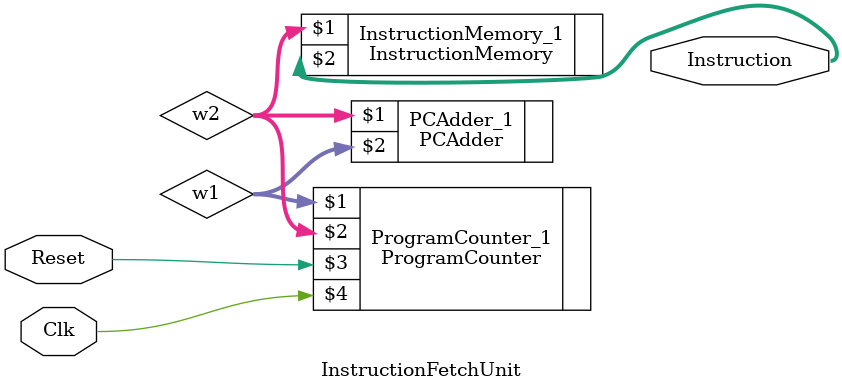
<source format=v>
`timescale 1ns / 1ps


module InstructionFetchUnit(Instruction, Reset, Clk);

    /* Please fill in the implementation here... */
    input Reset, Clk;
    output [31:0] Instruction;
    wire [31:0] w1;
    wire [31:0] w2;
    
    PCAdder PCAdder_1(w2, w1);
    ProgramCounter ProgramCounter_1(w1, w2, Reset, Clk);
    InstructionMemory InstructionMemory_1(w2, Instruction);
endmodule


</source>
